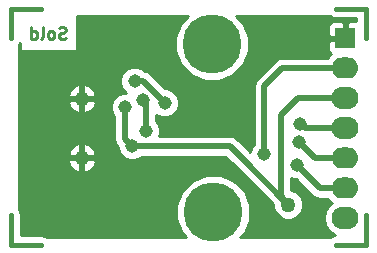
<source format=gbl>
G04 #@! TF.FileFunction,Copper,L2,Bot*
%FSLAX46Y46*%
G04 Gerber Fmt 4.6, Leading zero omitted, Abs format (unit mm)*
G04 Created by KiCad (PCBNEW (2015-01-16 BZR 5376)-product) date 7/11/2015 10:08:44 AM*
%MOMM*%
G01*
G04 APERTURE LIST*
%ADD10C,0.150000*%
%ADD11C,0.381000*%
%ADD12C,0.254000*%
%ADD13O,1.200000X1.300000*%
%ADD14C,5.000000*%
%ADD15R,1.651000X1.651000*%
%ADD16O,2.286000X1.778000*%
%ADD17O,2.286000X1.905000*%
%ADD18C,1.143000*%
%ADD19C,1.270000*%
%ADD20C,0.508000*%
%ADD21C,0.304800*%
G04 APERTURE END LIST*
D10*
D11*
X28500000Y-39500000D02*
X28500000Y-37000000D01*
X28500000Y-39500000D02*
X31000000Y-39500000D01*
X58500000Y-39500000D02*
X56000000Y-39500000D01*
X58500000Y-39500000D02*
X58500000Y-37000000D01*
X28500000Y-19500000D02*
X28500000Y-22000000D01*
X28500000Y-19500000D02*
X31000000Y-19500000D01*
X58500000Y-19500000D02*
X58500000Y-22000000D01*
X58500000Y-19500000D02*
X56000000Y-19500000D01*
D12*
X33113618Y-22038238D02*
X32968475Y-22086619D01*
X32726571Y-22086619D01*
X32629809Y-22038238D01*
X32581428Y-21989857D01*
X32533047Y-21893095D01*
X32533047Y-21796333D01*
X32581428Y-21699571D01*
X32629809Y-21651190D01*
X32726571Y-21602810D01*
X32920094Y-21554429D01*
X33016856Y-21506048D01*
X33065237Y-21457667D01*
X33113618Y-21360905D01*
X33113618Y-21264143D01*
X33065237Y-21167381D01*
X33016856Y-21119000D01*
X32920094Y-21070619D01*
X32678190Y-21070619D01*
X32533047Y-21119000D01*
X31952475Y-22086619D02*
X32049237Y-22038238D01*
X32097618Y-21989857D01*
X32145999Y-21893095D01*
X32145999Y-21602810D01*
X32097618Y-21506048D01*
X32049237Y-21457667D01*
X31952475Y-21409286D01*
X31807333Y-21409286D01*
X31710571Y-21457667D01*
X31662190Y-21506048D01*
X31613809Y-21602810D01*
X31613809Y-21893095D01*
X31662190Y-21989857D01*
X31710571Y-22038238D01*
X31807333Y-22086619D01*
X31952475Y-22086619D01*
X31033237Y-22086619D02*
X31129999Y-22038238D01*
X31178380Y-21941476D01*
X31178380Y-21070619D01*
X30210762Y-22086619D02*
X30210762Y-21070619D01*
X30210762Y-22038238D02*
X30307524Y-22086619D01*
X30501047Y-22086619D01*
X30597809Y-22038238D01*
X30646190Y-21989857D01*
X30694571Y-21893095D01*
X30694571Y-21602810D01*
X30646190Y-21506048D01*
X30597809Y-21457667D01*
X30501047Y-21409286D01*
X30307524Y-21409286D01*
X30210762Y-21457667D01*
D13*
X34470540Y-27127100D03*
X34470540Y-32127100D03*
D14*
X45608000Y-36740000D03*
X45500000Y-22500000D03*
D15*
X56784000Y-22008000D03*
D16*
X56784000Y-24548000D03*
D17*
X56784000Y-27088000D03*
X56784000Y-29628000D03*
D16*
X56784000Y-32168000D03*
X56784000Y-34708000D03*
D17*
X56784000Y-37248000D03*
D18*
X49926000Y-31850500D03*
X39893000Y-29882000D03*
X39639000Y-27215000D03*
X52656500Y-32739500D03*
X52847000Y-30834500D03*
X52974000Y-29247000D03*
D19*
X51958000Y-36105000D03*
D18*
X38115000Y-27850000D03*
X38750000Y-31152000D03*
X41480500Y-27469000D03*
X38940500Y-25627500D03*
D20*
X51450000Y-24548000D02*
X49926000Y-26072000D01*
X49926000Y-26072000D02*
X49926000Y-31850500D01*
X54244000Y-24548000D02*
X51450000Y-24548000D01*
X55768000Y-24548000D02*
X54244000Y-24548000D01*
X56784000Y-24548000D02*
X54244000Y-24548000D01*
X39893000Y-27469000D02*
X39893000Y-29882000D01*
X39639000Y-27215000D02*
X39893000Y-27469000D01*
D21*
X52656500Y-32739500D02*
X54625000Y-34708000D01*
D11*
X54625000Y-34708000D02*
X52656500Y-32739500D01*
X55768000Y-34708000D02*
X54625000Y-34708000D01*
D20*
X54625000Y-34708000D02*
X52656500Y-32739500D01*
X56784000Y-34708000D02*
X54625000Y-34708000D01*
D21*
X52847000Y-30834500D02*
X54180500Y-32168000D01*
D11*
X54180500Y-32168000D02*
X52847000Y-30834500D01*
X55768000Y-32168000D02*
X54180500Y-32168000D01*
D20*
X54180500Y-32168000D02*
X52847000Y-30834500D01*
X56784000Y-32168000D02*
X54180500Y-32168000D01*
D21*
X52974000Y-29247000D02*
X53355000Y-29628000D01*
D20*
X53355000Y-29628000D02*
X55768000Y-29628000D01*
X53355000Y-29628000D02*
X52974000Y-29247000D01*
X56784000Y-29628000D02*
X53355000Y-29628000D01*
X51958000Y-36105000D02*
X47830500Y-31977500D01*
X38115000Y-30517000D02*
X38115000Y-27850000D01*
X38750000Y-31152000D02*
X38115000Y-30517000D01*
D21*
X40655000Y-31152000D02*
X38750000Y-31152000D01*
X51323000Y-34708000D02*
X51323000Y-31850500D01*
D20*
X47005000Y-31152000D02*
X47830500Y-31977500D01*
X38750000Y-31152000D02*
X47005000Y-31152000D01*
X51958000Y-36041500D02*
X51323000Y-35406500D01*
X51323000Y-31977500D02*
X51323000Y-31850500D01*
X51323000Y-35406500D02*
X51323000Y-31977500D01*
X51958000Y-36105000D02*
X51958000Y-36041500D01*
X54498000Y-27088000D02*
X55768000Y-27088000D01*
X52783500Y-27088000D02*
X54498000Y-27088000D01*
X51323000Y-28548500D02*
X52783500Y-27088000D01*
X51323000Y-31977500D02*
X51323000Y-28548500D01*
X56784000Y-27088000D02*
X54498000Y-27088000D01*
D21*
X34470540Y-32127100D02*
X34470540Y-32383460D01*
X34470540Y-27127100D02*
X34470540Y-26618540D01*
D20*
X33503900Y-27127100D02*
X32781000Y-27850000D01*
X32781000Y-27850000D02*
X32781000Y-31406000D01*
X32781000Y-31406000D02*
X33502100Y-32127100D01*
X33502100Y-32127100D02*
X34470540Y-32127100D01*
X34470540Y-27127100D02*
X33503900Y-27127100D01*
X41480500Y-27469000D02*
X39639000Y-25627500D01*
X39639000Y-25627500D02*
X38940500Y-25627500D01*
D12*
G36*
X57674500Y-20547500D02*
X57483191Y-20547500D01*
X57069750Y-20547500D01*
X56911000Y-20706250D01*
X56911000Y-21881000D01*
X56931000Y-21881000D01*
X56931000Y-22135000D01*
X56911000Y-22135000D01*
X56911000Y-22155000D01*
X56657000Y-22155000D01*
X56657000Y-22135000D01*
X56657000Y-21881000D01*
X56657000Y-20706250D01*
X56498250Y-20547500D01*
X56084809Y-20547500D01*
X55832190Y-20547500D01*
X55598801Y-20644173D01*
X55420173Y-20822802D01*
X55323500Y-21056191D01*
X55323500Y-21722250D01*
X55482250Y-21881000D01*
X56657000Y-21881000D01*
X56657000Y-22135000D01*
X55482250Y-22135000D01*
X55323500Y-22293750D01*
X55323500Y-22959809D01*
X55420173Y-23193198D01*
X55585268Y-23358294D01*
X55417536Y-23470369D01*
X55291497Y-23659000D01*
X54244000Y-23659000D01*
X51450000Y-23659000D01*
X51109794Y-23726671D01*
X50821382Y-23919382D01*
X49297382Y-25443382D01*
X49104671Y-25731794D01*
X49037000Y-26072000D01*
X49037000Y-31033187D01*
X48903775Y-31166180D01*
X48719710Y-31609459D01*
X48719709Y-31609473D01*
X48459118Y-31348882D01*
X47633618Y-30523382D01*
X47345206Y-30330671D01*
X47005000Y-30263000D01*
X41041174Y-30263000D01*
X41099290Y-30123041D01*
X41099709Y-29643065D01*
X40916418Y-29199465D01*
X40782000Y-29064812D01*
X40782000Y-28477020D01*
X40796180Y-28491225D01*
X41239459Y-28675290D01*
X41719435Y-28675709D01*
X42163035Y-28492418D01*
X42502725Y-28153320D01*
X42686790Y-27710041D01*
X42687209Y-27230065D01*
X42503918Y-26786465D01*
X42164820Y-26446775D01*
X41721541Y-26262710D01*
X41531279Y-26262543D01*
X40267618Y-24998882D01*
X39979206Y-24806171D01*
X39787250Y-24767988D01*
X39624820Y-24605275D01*
X39181541Y-24421210D01*
X38701565Y-24420791D01*
X38257965Y-24604082D01*
X37918275Y-24943180D01*
X37734210Y-25386459D01*
X37733791Y-25866435D01*
X37917082Y-26310035D01*
X38250083Y-26643617D01*
X37876065Y-26643291D01*
X37432465Y-26826582D01*
X37092775Y-27165680D01*
X36908710Y-27608959D01*
X36908291Y-28088935D01*
X37091582Y-28532535D01*
X37226000Y-28667187D01*
X37226000Y-30517000D01*
X37293671Y-30857206D01*
X37486382Y-31145618D01*
X37543455Y-31202691D01*
X37543291Y-31390935D01*
X37726582Y-31834535D01*
X38065680Y-32174225D01*
X38508959Y-32358290D01*
X38988935Y-32358709D01*
X39432535Y-32175418D01*
X39567187Y-32041000D01*
X46636764Y-32041000D01*
X47201882Y-32606118D01*
X50688010Y-36092246D01*
X50687780Y-36356510D01*
X50880718Y-36823458D01*
X51237663Y-37181026D01*
X51704273Y-37374779D01*
X52209510Y-37375220D01*
X52676458Y-37182282D01*
X53034026Y-36825337D01*
X53227779Y-36358727D01*
X53228220Y-35853490D01*
X53035282Y-35386542D01*
X52678337Y-35028974D01*
X52212000Y-34835334D01*
X52212000Y-33861306D01*
X52415459Y-33945790D01*
X52605720Y-33945956D01*
X53996382Y-35336618D01*
X54284794Y-35529329D01*
X54625000Y-35597000D01*
X55291497Y-35597000D01*
X55417536Y-35785631D01*
X55681136Y-35961763D01*
X55436135Y-36125468D01*
X55092008Y-36640490D01*
X54971167Y-37248000D01*
X55092008Y-37855510D01*
X55436135Y-38370532D01*
X55916046Y-38691199D01*
X55684095Y-38737337D01*
X55481060Y-38873000D01*
X47908707Y-38873000D01*
X48264174Y-38518153D01*
X48742454Y-37366326D01*
X48743543Y-36119146D01*
X48267273Y-34966485D01*
X47386153Y-34083826D01*
X46234326Y-33605546D01*
X44987146Y-33604457D01*
X43834485Y-34080727D01*
X42951826Y-34961847D01*
X42473546Y-36113674D01*
X42472457Y-37360854D01*
X42948727Y-38513515D01*
X43307585Y-38873000D01*
X35674380Y-38873000D01*
X35674380Y-32445729D01*
X35674380Y-31808471D01*
X35674380Y-27445729D01*
X35674380Y-26808471D01*
X35479943Y-26368230D01*
X35131834Y-26035908D01*
X34788149Y-25883638D01*
X34597540Y-26008369D01*
X34597540Y-27000100D01*
X35542832Y-27000100D01*
X35674380Y-26808471D01*
X35674380Y-27445729D01*
X35542832Y-27254100D01*
X34597540Y-27254100D01*
X34597540Y-28245831D01*
X34788149Y-28370562D01*
X35131834Y-28218292D01*
X35479943Y-27885970D01*
X35674380Y-27445729D01*
X35674380Y-31808471D01*
X35479943Y-31368230D01*
X35131834Y-31035908D01*
X34788149Y-30883638D01*
X34597540Y-31008369D01*
X34597540Y-32000100D01*
X35542832Y-32000100D01*
X35674380Y-31808471D01*
X35674380Y-32445729D01*
X35542832Y-32254100D01*
X34597540Y-32254100D01*
X34597540Y-33245831D01*
X34788149Y-33370562D01*
X35131834Y-33218292D01*
X35479943Y-32885970D01*
X35674380Y-32445729D01*
X35674380Y-38873000D01*
X34343540Y-38873000D01*
X34343540Y-33245831D01*
X34343540Y-32254100D01*
X34343540Y-32000100D01*
X34343540Y-31008369D01*
X34343540Y-28245831D01*
X34343540Y-27254100D01*
X34343540Y-27000100D01*
X34343540Y-26008369D01*
X34152931Y-25883638D01*
X33809246Y-26035908D01*
X33461137Y-26368230D01*
X33266700Y-26808471D01*
X33398248Y-27000100D01*
X34343540Y-27000100D01*
X34343540Y-27254100D01*
X33398248Y-27254100D01*
X33266700Y-27445729D01*
X33461137Y-27885970D01*
X33809246Y-28218292D01*
X34152931Y-28370562D01*
X34343540Y-28245831D01*
X34343540Y-31008369D01*
X34152931Y-30883638D01*
X33809246Y-31035908D01*
X33461137Y-31368230D01*
X33266700Y-31808471D01*
X33398248Y-32000100D01*
X34343540Y-32000100D01*
X34343540Y-32254100D01*
X33398248Y-32254100D01*
X33266700Y-32445729D01*
X33461137Y-32885970D01*
X33809246Y-33218292D01*
X34152931Y-33370562D01*
X34343540Y-33245831D01*
X34343540Y-38873000D01*
X31518939Y-38873000D01*
X31315905Y-38737337D01*
X31000000Y-38674500D01*
X29325500Y-38674500D01*
X29325500Y-37000000D01*
X29262663Y-36684095D01*
X29127000Y-36481060D01*
X29127000Y-22518939D01*
X29206858Y-22399423D01*
X29206858Y-23100200D01*
X34069143Y-23100200D01*
X34069143Y-20127000D01*
X43439711Y-20127000D01*
X42843826Y-20721847D01*
X42365546Y-21873674D01*
X42364457Y-23120854D01*
X42840727Y-24273515D01*
X43721847Y-25156174D01*
X44873674Y-25634454D01*
X46120854Y-25635543D01*
X47273515Y-25159273D01*
X48156174Y-24278153D01*
X48634454Y-23126326D01*
X48635543Y-21879146D01*
X48159273Y-20726485D01*
X47560833Y-20127000D01*
X55481060Y-20127000D01*
X55684095Y-20262663D01*
X56000000Y-20325500D01*
X57674500Y-20325500D01*
X57674500Y-20547500D01*
X57674500Y-20547500D01*
G37*
X57674500Y-20547500D02*
X57483191Y-20547500D01*
X57069750Y-20547500D01*
X56911000Y-20706250D01*
X56911000Y-21881000D01*
X56931000Y-21881000D01*
X56931000Y-22135000D01*
X56911000Y-22135000D01*
X56911000Y-22155000D01*
X56657000Y-22155000D01*
X56657000Y-22135000D01*
X56657000Y-21881000D01*
X56657000Y-20706250D01*
X56498250Y-20547500D01*
X56084809Y-20547500D01*
X55832190Y-20547500D01*
X55598801Y-20644173D01*
X55420173Y-20822802D01*
X55323500Y-21056191D01*
X55323500Y-21722250D01*
X55482250Y-21881000D01*
X56657000Y-21881000D01*
X56657000Y-22135000D01*
X55482250Y-22135000D01*
X55323500Y-22293750D01*
X55323500Y-22959809D01*
X55420173Y-23193198D01*
X55585268Y-23358294D01*
X55417536Y-23470369D01*
X55291497Y-23659000D01*
X54244000Y-23659000D01*
X51450000Y-23659000D01*
X51109794Y-23726671D01*
X50821382Y-23919382D01*
X49297382Y-25443382D01*
X49104671Y-25731794D01*
X49037000Y-26072000D01*
X49037000Y-31033187D01*
X48903775Y-31166180D01*
X48719710Y-31609459D01*
X48719709Y-31609473D01*
X48459118Y-31348882D01*
X47633618Y-30523382D01*
X47345206Y-30330671D01*
X47005000Y-30263000D01*
X41041174Y-30263000D01*
X41099290Y-30123041D01*
X41099709Y-29643065D01*
X40916418Y-29199465D01*
X40782000Y-29064812D01*
X40782000Y-28477020D01*
X40796180Y-28491225D01*
X41239459Y-28675290D01*
X41719435Y-28675709D01*
X42163035Y-28492418D01*
X42502725Y-28153320D01*
X42686790Y-27710041D01*
X42687209Y-27230065D01*
X42503918Y-26786465D01*
X42164820Y-26446775D01*
X41721541Y-26262710D01*
X41531279Y-26262543D01*
X40267618Y-24998882D01*
X39979206Y-24806171D01*
X39787250Y-24767988D01*
X39624820Y-24605275D01*
X39181541Y-24421210D01*
X38701565Y-24420791D01*
X38257965Y-24604082D01*
X37918275Y-24943180D01*
X37734210Y-25386459D01*
X37733791Y-25866435D01*
X37917082Y-26310035D01*
X38250083Y-26643617D01*
X37876065Y-26643291D01*
X37432465Y-26826582D01*
X37092775Y-27165680D01*
X36908710Y-27608959D01*
X36908291Y-28088935D01*
X37091582Y-28532535D01*
X37226000Y-28667187D01*
X37226000Y-30517000D01*
X37293671Y-30857206D01*
X37486382Y-31145618D01*
X37543455Y-31202691D01*
X37543291Y-31390935D01*
X37726582Y-31834535D01*
X38065680Y-32174225D01*
X38508959Y-32358290D01*
X38988935Y-32358709D01*
X39432535Y-32175418D01*
X39567187Y-32041000D01*
X46636764Y-32041000D01*
X47201882Y-32606118D01*
X50688010Y-36092246D01*
X50687780Y-36356510D01*
X50880718Y-36823458D01*
X51237663Y-37181026D01*
X51704273Y-37374779D01*
X52209510Y-37375220D01*
X52676458Y-37182282D01*
X53034026Y-36825337D01*
X53227779Y-36358727D01*
X53228220Y-35853490D01*
X53035282Y-35386542D01*
X52678337Y-35028974D01*
X52212000Y-34835334D01*
X52212000Y-33861306D01*
X52415459Y-33945790D01*
X52605720Y-33945956D01*
X53996382Y-35336618D01*
X54284794Y-35529329D01*
X54625000Y-35597000D01*
X55291497Y-35597000D01*
X55417536Y-35785631D01*
X55681136Y-35961763D01*
X55436135Y-36125468D01*
X55092008Y-36640490D01*
X54971167Y-37248000D01*
X55092008Y-37855510D01*
X55436135Y-38370532D01*
X55916046Y-38691199D01*
X55684095Y-38737337D01*
X55481060Y-38873000D01*
X47908707Y-38873000D01*
X48264174Y-38518153D01*
X48742454Y-37366326D01*
X48743543Y-36119146D01*
X48267273Y-34966485D01*
X47386153Y-34083826D01*
X46234326Y-33605546D01*
X44987146Y-33604457D01*
X43834485Y-34080727D01*
X42951826Y-34961847D01*
X42473546Y-36113674D01*
X42472457Y-37360854D01*
X42948727Y-38513515D01*
X43307585Y-38873000D01*
X35674380Y-38873000D01*
X35674380Y-32445729D01*
X35674380Y-31808471D01*
X35674380Y-27445729D01*
X35674380Y-26808471D01*
X35479943Y-26368230D01*
X35131834Y-26035908D01*
X34788149Y-25883638D01*
X34597540Y-26008369D01*
X34597540Y-27000100D01*
X35542832Y-27000100D01*
X35674380Y-26808471D01*
X35674380Y-27445729D01*
X35542832Y-27254100D01*
X34597540Y-27254100D01*
X34597540Y-28245831D01*
X34788149Y-28370562D01*
X35131834Y-28218292D01*
X35479943Y-27885970D01*
X35674380Y-27445729D01*
X35674380Y-31808471D01*
X35479943Y-31368230D01*
X35131834Y-31035908D01*
X34788149Y-30883638D01*
X34597540Y-31008369D01*
X34597540Y-32000100D01*
X35542832Y-32000100D01*
X35674380Y-31808471D01*
X35674380Y-32445729D01*
X35542832Y-32254100D01*
X34597540Y-32254100D01*
X34597540Y-33245831D01*
X34788149Y-33370562D01*
X35131834Y-33218292D01*
X35479943Y-32885970D01*
X35674380Y-32445729D01*
X35674380Y-38873000D01*
X34343540Y-38873000D01*
X34343540Y-33245831D01*
X34343540Y-32254100D01*
X34343540Y-32000100D01*
X34343540Y-31008369D01*
X34343540Y-28245831D01*
X34343540Y-27254100D01*
X34343540Y-27000100D01*
X34343540Y-26008369D01*
X34152931Y-25883638D01*
X33809246Y-26035908D01*
X33461137Y-26368230D01*
X33266700Y-26808471D01*
X33398248Y-27000100D01*
X34343540Y-27000100D01*
X34343540Y-27254100D01*
X33398248Y-27254100D01*
X33266700Y-27445729D01*
X33461137Y-27885970D01*
X33809246Y-28218292D01*
X34152931Y-28370562D01*
X34343540Y-28245831D01*
X34343540Y-31008369D01*
X34152931Y-30883638D01*
X33809246Y-31035908D01*
X33461137Y-31368230D01*
X33266700Y-31808471D01*
X33398248Y-32000100D01*
X34343540Y-32000100D01*
X34343540Y-32254100D01*
X33398248Y-32254100D01*
X33266700Y-32445729D01*
X33461137Y-32885970D01*
X33809246Y-33218292D01*
X34152931Y-33370562D01*
X34343540Y-33245831D01*
X34343540Y-38873000D01*
X31518939Y-38873000D01*
X31315905Y-38737337D01*
X31000000Y-38674500D01*
X29325500Y-38674500D01*
X29325500Y-37000000D01*
X29262663Y-36684095D01*
X29127000Y-36481060D01*
X29127000Y-22518939D01*
X29206858Y-22399423D01*
X29206858Y-23100200D01*
X34069143Y-23100200D01*
X34069143Y-20127000D01*
X43439711Y-20127000D01*
X42843826Y-20721847D01*
X42365546Y-21873674D01*
X42364457Y-23120854D01*
X42840727Y-24273515D01*
X43721847Y-25156174D01*
X44873674Y-25634454D01*
X46120854Y-25635543D01*
X47273515Y-25159273D01*
X48156174Y-24278153D01*
X48634454Y-23126326D01*
X48635543Y-21879146D01*
X48159273Y-20726485D01*
X47560833Y-20127000D01*
X55481060Y-20127000D01*
X55684095Y-20262663D01*
X56000000Y-20325500D01*
X57674500Y-20325500D01*
X57674500Y-20547500D01*
M02*

</source>
